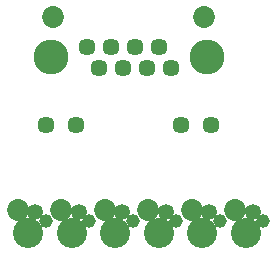
<source format=gbr>
G04 start of page 8 for group -4063 idx -4063 *
G04 Title: (unknown), componentmask *
G04 Creator: pcb 4.2.0 *
G04 CreationDate: Mon Aug 31 02:34:49 2020 UTC *
G04 For: commonadmin *
G04 Format: Gerber/RS-274X *
G04 PCB-Dimensions (mil): 1000.00 1100.00 *
G04 PCB-Coordinate-Origin: lower left *
%MOIN*%
%FSLAX25Y25*%
%LNTOPMASK*%
%ADD91C,0.0572*%
%ADD90C,0.1162*%
%ADD89C,0.0454*%
%ADD88C,0.0532*%
%ADD87C,0.0729*%
%ADD86C,0.1005*%
G54D86*X10500Y11500D03*
G54D87*X6957Y18980D03*
G54D88*X12862Y18587D03*
G54D89*X16406Y15437D03*
G54D86*X25000Y11500D03*
G54D87*X21457Y18980D03*
G54D89*X30906Y15437D03*
G54D87*X18819Y83504D03*
G54D90*X18031Y70000D03*
G54D91*X46024Y73543D03*
X37992D03*
X29961D03*
X61535Y47520D03*
X71575D03*
G54D87*X69213Y83504D03*
G54D90*X70000Y70000D03*
G54D91*X54055Y73543D03*
X42008Y66457D03*
X33976D03*
X16457Y47520D03*
X26496D03*
X50039Y66457D03*
X58071D03*
G54D88*X27362Y18587D03*
G54D87*X35957Y18980D03*
G54D88*X41862Y18587D03*
G54D86*X39500Y11500D03*
G54D89*X45406Y15437D03*
G54D86*X54000Y11500D03*
G54D89*X59906Y15437D03*
G54D86*X68500Y11500D03*
G54D87*X50457Y18980D03*
G54D88*X56362Y18587D03*
G54D87*X64957Y18980D03*
G54D88*X70862Y18587D03*
G54D89*X74406Y15437D03*
G54D86*X83000Y11500D03*
G54D89*X88906Y15437D03*
G54D87*X79457Y18980D03*
G54D88*X85362Y18587D03*
M02*

</source>
